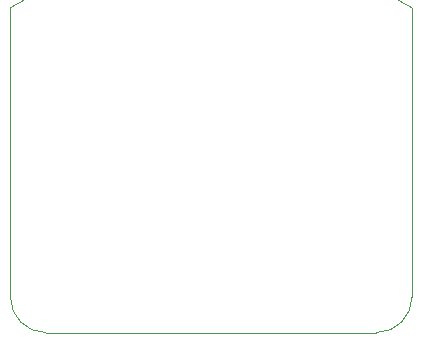
<source format=gbr>
G04 #@! TF.GenerationSoftware,KiCad,Pcbnew,9.0.6*
G04 #@! TF.CreationDate,2025-12-02T19:13:17-05:00*
G04 #@! TF.ProjectId,mini_xmas_tree,6d696e69-5f78-46d6-9173-5f747265652e,rev?*
G04 #@! TF.SameCoordinates,PX7459280PY3fe56c0*
G04 #@! TF.FileFunction,Profile,NP*
%FSLAX46Y46*%
G04 Gerber Fmt 4.6, Leading zero omitted, Abs format (unit mm)*
G04 Created by KiCad (PCBNEW 9.0.6) date 2025-12-02 19:13:17*
%MOMM*%
%LPD*%
G01*
G04 APERTURE LIST*
G04 #@! TA.AperFunction,Profile*
%ADD10C,0.050000*%
G04 #@! TD*
G04 APERTURE END LIST*
D10*
X35000000Y-29500000D02*
G75*
G02*
X32000000Y-32500000I-3000000J0D01*
G01*
X4000000Y-32500000D02*
G75*
G02*
X1000000Y-29500000I0J3000000D01*
G01*
X1000000Y-5000000D02*
G75*
G02*
X35000000Y-5000000I17000000J-28300000D01*
G01*
X1000000Y-29500000D02*
X1000000Y-5000000D01*
X32000000Y-32500000D02*
X4000000Y-32500000D01*
X35000000Y-5000000D02*
X35000000Y-29500000D01*
M02*

</source>
